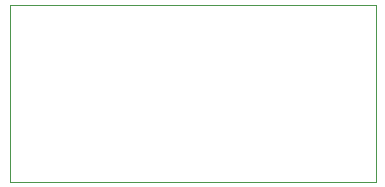
<source format=gbr>
%TF.GenerationSoftware,KiCad,Pcbnew,(6.0.6)*%
%TF.CreationDate,2023-03-14T09:52:22+01:00*%
%TF.ProjectId,Capteur de fourdre,43617074-6575-4722-9064-6520666f7572,rev?*%
%TF.SameCoordinates,Original*%
%TF.FileFunction,Profile,NP*%
%FSLAX46Y46*%
G04 Gerber Fmt 4.6, Leading zero omitted, Abs format (unit mm)*
G04 Created by KiCad (PCBNEW (6.0.6)) date 2023-03-14 09:52:22*
%MOMM*%
%LPD*%
G01*
G04 APERTURE LIST*
%TA.AperFunction,Profile*%
%ADD10C,0.100000*%
%TD*%
G04 APERTURE END LIST*
D10*
X87884000Y-79756000D02*
X118872000Y-79756000D01*
X118872000Y-79756000D02*
X118872000Y-94742000D01*
X118872000Y-94742000D02*
X87884000Y-94742000D01*
X87884000Y-94742000D02*
X87884000Y-79756000D01*
M02*

</source>
